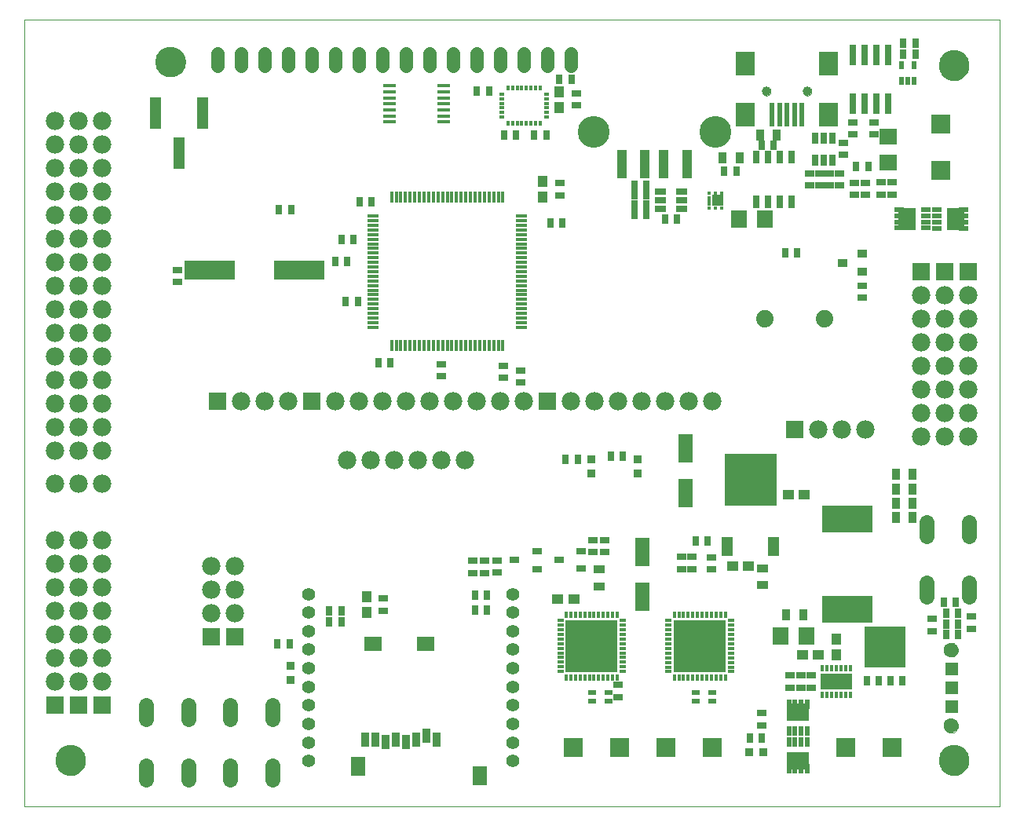
<source format=gts>
G75*
G70*
%OFA0B0*%
%FSLAX24Y24*%
%IPPOS*%
%LPD*%
%AMOC8*
5,1,8,0,0,1.08239X$1,22.5*
%
%ADD10C,0.0000*%
%ADD11C,0.1290*%
%ADD12C,0.0555*%
%ADD13C,0.0780*%
%ADD14C,0.0640*%
%ADD15C,0.0555*%
%ADD16R,0.0512X0.0158*%
%ADD17R,0.0158X0.0512*%
%ADD18R,0.0510X0.1340*%
%ADD19R,0.0780X0.0780*%
%ADD20R,0.0237X0.1024*%
%ADD21R,0.0827X0.1024*%
%ADD22C,0.0394*%
%ADD23R,0.0276X0.0512*%
%ADD24R,0.0512X0.0276*%
%ADD25R,0.0394X0.0316*%
%ADD26R,0.0316X0.0394*%
%ADD27C,0.1350*%
%ADD28R,0.0394X0.1221*%
%ADD29R,0.0355X0.0512*%
%ADD30R,0.0276X0.0906*%
%ADD31R,0.0178X0.0158*%
%ADD32R,0.0453X0.0483*%
%ADD33R,0.0178X0.0414*%
%ADD34R,0.0355X0.0355*%
%ADD35R,0.0138X0.0316*%
%ADD36R,0.1339X0.0709*%
%ADD37R,0.0434X0.0473*%
%ADD38R,0.2166X0.1142*%
%ADD39R,0.0473X0.0434*%
%ADD40R,0.0670X0.0749*%
%ADD41C,0.0740*%
%ADD42R,0.0512X0.0355*%
%ADD43R,0.0749X0.0670*%
%ADD44R,0.0197X0.0335*%
%ADD45R,0.0394X0.0355*%
%ADD46R,0.0555X0.0555*%
%ADD47C,0.0631*%
%ADD48R,0.0808X0.0808*%
%ADD49R,0.0375X0.0237*%
%ADD50R,0.0749X0.0591*%
%ADD51R,0.0591X0.0788*%
%ADD52R,0.0355X0.0631*%
%ADD53R,0.0591X0.1221*%
%ADD54R,0.0237X0.0158*%
%ADD55R,0.0158X0.0237*%
%ADD56R,0.0290X0.0540*%
%ADD57R,0.0536X0.0182*%
%ADD58R,0.2140X0.0800*%
%ADD59R,0.0512X0.0827*%
%ADD60R,0.2245X0.2245*%
%ADD61R,0.0257X0.0158*%
%ADD62R,0.0158X0.0257*%
%ADD63R,0.0200X0.0430*%
%ADD64R,0.0920X0.0720*%
%ADD65R,0.0430X0.0200*%
%ADD66R,0.0720X0.0920*%
%ADD67R,0.0434X0.0316*%
%ADD68R,0.0284X0.0414*%
%ADD69R,0.1776X0.1745*%
D10*
X000105Y001250D02*
X000105Y034650D01*
X041505Y034650D01*
X041505Y001250D01*
X000105Y001250D01*
X001430Y003200D02*
X001432Y003250D01*
X001438Y003299D01*
X001448Y003348D01*
X001461Y003395D01*
X001479Y003442D01*
X001500Y003487D01*
X001524Y003530D01*
X001552Y003571D01*
X001583Y003610D01*
X001617Y003646D01*
X001654Y003680D01*
X001694Y003710D01*
X001735Y003737D01*
X001779Y003761D01*
X001824Y003781D01*
X001871Y003797D01*
X001919Y003810D01*
X001968Y003819D01*
X002018Y003824D01*
X002067Y003825D01*
X002117Y003822D01*
X002166Y003815D01*
X002215Y003804D01*
X002262Y003790D01*
X002308Y003771D01*
X002353Y003749D01*
X002396Y003724D01*
X002436Y003695D01*
X002474Y003663D01*
X002510Y003629D01*
X002543Y003591D01*
X002572Y003551D01*
X002598Y003509D01*
X002621Y003465D01*
X002640Y003419D01*
X002656Y003372D01*
X002668Y003323D01*
X002676Y003274D01*
X002680Y003225D01*
X002680Y003175D01*
X002676Y003126D01*
X002668Y003077D01*
X002656Y003028D01*
X002640Y002981D01*
X002621Y002935D01*
X002598Y002891D01*
X002572Y002849D01*
X002543Y002809D01*
X002510Y002771D01*
X002474Y002737D01*
X002436Y002705D01*
X002396Y002676D01*
X002353Y002651D01*
X002308Y002629D01*
X002262Y002610D01*
X002215Y002596D01*
X002166Y002585D01*
X002117Y002578D01*
X002067Y002575D01*
X002018Y002576D01*
X001968Y002581D01*
X001919Y002590D01*
X001871Y002603D01*
X001824Y002619D01*
X001779Y002639D01*
X001735Y002663D01*
X001694Y002690D01*
X001654Y002720D01*
X001617Y002754D01*
X001583Y002790D01*
X001552Y002829D01*
X001524Y002870D01*
X001500Y002913D01*
X001479Y002958D01*
X001461Y003005D01*
X001448Y003052D01*
X001438Y003101D01*
X001432Y003150D01*
X001430Y003200D01*
X031432Y031600D02*
X031434Y031626D01*
X031440Y031652D01*
X031450Y031677D01*
X031463Y031700D01*
X031479Y031720D01*
X031499Y031738D01*
X031521Y031753D01*
X031544Y031765D01*
X031570Y031773D01*
X031596Y031777D01*
X031622Y031777D01*
X031648Y031773D01*
X031674Y031765D01*
X031698Y031753D01*
X031719Y031738D01*
X031739Y031720D01*
X031755Y031700D01*
X031768Y031677D01*
X031778Y031652D01*
X031784Y031626D01*
X031786Y031600D01*
X031784Y031574D01*
X031778Y031548D01*
X031768Y031523D01*
X031755Y031500D01*
X031739Y031480D01*
X031719Y031462D01*
X031697Y031447D01*
X031674Y031435D01*
X031648Y031427D01*
X031622Y031423D01*
X031596Y031423D01*
X031570Y031427D01*
X031544Y031435D01*
X031520Y031447D01*
X031499Y031462D01*
X031479Y031480D01*
X031463Y031500D01*
X031450Y031523D01*
X031440Y031548D01*
X031434Y031574D01*
X031432Y031600D01*
X033164Y031600D02*
X033166Y031626D01*
X033172Y031652D01*
X033182Y031677D01*
X033195Y031700D01*
X033211Y031720D01*
X033231Y031738D01*
X033253Y031753D01*
X033276Y031765D01*
X033302Y031773D01*
X033328Y031777D01*
X033354Y031777D01*
X033380Y031773D01*
X033406Y031765D01*
X033430Y031753D01*
X033451Y031738D01*
X033471Y031720D01*
X033487Y031700D01*
X033500Y031677D01*
X033510Y031652D01*
X033516Y031626D01*
X033518Y031600D01*
X033516Y031574D01*
X033510Y031548D01*
X033500Y031523D01*
X033487Y031500D01*
X033471Y031480D01*
X033451Y031462D01*
X033429Y031447D01*
X033406Y031435D01*
X033380Y031427D01*
X033354Y031423D01*
X033328Y031423D01*
X033302Y031427D01*
X033276Y031435D01*
X033252Y031447D01*
X033231Y031462D01*
X033211Y031480D01*
X033195Y031500D01*
X033182Y031523D01*
X033172Y031548D01*
X033166Y031574D01*
X033164Y031600D01*
X038930Y032700D02*
X038932Y032750D01*
X038938Y032799D01*
X038948Y032848D01*
X038961Y032895D01*
X038979Y032942D01*
X039000Y032987D01*
X039024Y033030D01*
X039052Y033071D01*
X039083Y033110D01*
X039117Y033146D01*
X039154Y033180D01*
X039194Y033210D01*
X039235Y033237D01*
X039279Y033261D01*
X039324Y033281D01*
X039371Y033297D01*
X039419Y033310D01*
X039468Y033319D01*
X039518Y033324D01*
X039567Y033325D01*
X039617Y033322D01*
X039666Y033315D01*
X039715Y033304D01*
X039762Y033290D01*
X039808Y033271D01*
X039853Y033249D01*
X039896Y033224D01*
X039936Y033195D01*
X039974Y033163D01*
X040010Y033129D01*
X040043Y033091D01*
X040072Y033051D01*
X040098Y033009D01*
X040121Y032965D01*
X040140Y032919D01*
X040156Y032872D01*
X040168Y032823D01*
X040176Y032774D01*
X040180Y032725D01*
X040180Y032675D01*
X040176Y032626D01*
X040168Y032577D01*
X040156Y032528D01*
X040140Y032481D01*
X040121Y032435D01*
X040098Y032391D01*
X040072Y032349D01*
X040043Y032309D01*
X040010Y032271D01*
X039974Y032237D01*
X039936Y032205D01*
X039896Y032176D01*
X039853Y032151D01*
X039808Y032129D01*
X039762Y032110D01*
X039715Y032096D01*
X039666Y032085D01*
X039617Y032078D01*
X039567Y032075D01*
X039518Y032076D01*
X039468Y032081D01*
X039419Y032090D01*
X039371Y032103D01*
X039324Y032119D01*
X039279Y032139D01*
X039235Y032163D01*
X039194Y032190D01*
X039154Y032220D01*
X039117Y032254D01*
X039083Y032290D01*
X039052Y032329D01*
X039024Y032370D01*
X039000Y032413D01*
X038979Y032458D01*
X038961Y032505D01*
X038948Y032552D01*
X038938Y032601D01*
X038932Y032650D01*
X038930Y032700D01*
X039144Y007894D02*
X039146Y007928D01*
X039152Y007962D01*
X039162Y007995D01*
X039175Y008026D01*
X039193Y008056D01*
X039213Y008084D01*
X039237Y008109D01*
X039263Y008131D01*
X039291Y008149D01*
X039322Y008165D01*
X039354Y008177D01*
X039388Y008185D01*
X039422Y008189D01*
X039456Y008189D01*
X039490Y008185D01*
X039524Y008177D01*
X039556Y008165D01*
X039586Y008149D01*
X039615Y008131D01*
X039641Y008109D01*
X039665Y008084D01*
X039685Y008056D01*
X039703Y008026D01*
X039716Y007995D01*
X039726Y007962D01*
X039732Y007928D01*
X039734Y007894D01*
X039732Y007860D01*
X039726Y007826D01*
X039716Y007793D01*
X039703Y007762D01*
X039685Y007732D01*
X039665Y007704D01*
X039641Y007679D01*
X039615Y007657D01*
X039587Y007639D01*
X039556Y007623D01*
X039524Y007611D01*
X039490Y007603D01*
X039456Y007599D01*
X039422Y007599D01*
X039388Y007603D01*
X039354Y007611D01*
X039322Y007623D01*
X039291Y007639D01*
X039263Y007657D01*
X039237Y007679D01*
X039213Y007704D01*
X039193Y007732D01*
X039175Y007762D01*
X039162Y007793D01*
X039152Y007826D01*
X039146Y007860D01*
X039144Y007894D01*
X039144Y004665D02*
X039146Y004699D01*
X039152Y004733D01*
X039162Y004766D01*
X039175Y004797D01*
X039193Y004827D01*
X039213Y004855D01*
X039237Y004880D01*
X039263Y004902D01*
X039291Y004920D01*
X039322Y004936D01*
X039354Y004948D01*
X039388Y004956D01*
X039422Y004960D01*
X039456Y004960D01*
X039490Y004956D01*
X039524Y004948D01*
X039556Y004936D01*
X039586Y004920D01*
X039615Y004902D01*
X039641Y004880D01*
X039665Y004855D01*
X039685Y004827D01*
X039703Y004797D01*
X039716Y004766D01*
X039726Y004733D01*
X039732Y004699D01*
X039734Y004665D01*
X039732Y004631D01*
X039726Y004597D01*
X039716Y004564D01*
X039703Y004533D01*
X039685Y004503D01*
X039665Y004475D01*
X039641Y004450D01*
X039615Y004428D01*
X039587Y004410D01*
X039556Y004394D01*
X039524Y004382D01*
X039490Y004374D01*
X039456Y004370D01*
X039422Y004370D01*
X039388Y004374D01*
X039354Y004382D01*
X039322Y004394D01*
X039291Y004410D01*
X039263Y004428D01*
X039237Y004450D01*
X039213Y004475D01*
X039193Y004503D01*
X039175Y004533D01*
X039162Y004564D01*
X039152Y004597D01*
X039146Y004631D01*
X039144Y004665D01*
X038930Y003200D02*
X038932Y003250D01*
X038938Y003299D01*
X038948Y003348D01*
X038961Y003395D01*
X038979Y003442D01*
X039000Y003487D01*
X039024Y003530D01*
X039052Y003571D01*
X039083Y003610D01*
X039117Y003646D01*
X039154Y003680D01*
X039194Y003710D01*
X039235Y003737D01*
X039279Y003761D01*
X039324Y003781D01*
X039371Y003797D01*
X039419Y003810D01*
X039468Y003819D01*
X039518Y003824D01*
X039567Y003825D01*
X039617Y003822D01*
X039666Y003815D01*
X039715Y003804D01*
X039762Y003790D01*
X039808Y003771D01*
X039853Y003749D01*
X039896Y003724D01*
X039936Y003695D01*
X039974Y003663D01*
X040010Y003629D01*
X040043Y003591D01*
X040072Y003551D01*
X040098Y003509D01*
X040121Y003465D01*
X040140Y003419D01*
X040156Y003372D01*
X040168Y003323D01*
X040176Y003274D01*
X040180Y003225D01*
X040180Y003175D01*
X040176Y003126D01*
X040168Y003077D01*
X040156Y003028D01*
X040140Y002981D01*
X040121Y002935D01*
X040098Y002891D01*
X040072Y002849D01*
X040043Y002809D01*
X040010Y002771D01*
X039974Y002737D01*
X039936Y002705D01*
X039896Y002676D01*
X039853Y002651D01*
X039808Y002629D01*
X039762Y002610D01*
X039715Y002596D01*
X039666Y002585D01*
X039617Y002578D01*
X039567Y002575D01*
X039518Y002576D01*
X039468Y002581D01*
X039419Y002590D01*
X039371Y002603D01*
X039324Y002619D01*
X039279Y002639D01*
X039235Y002663D01*
X039194Y002690D01*
X039154Y002720D01*
X039117Y002754D01*
X039083Y002790D01*
X039052Y002829D01*
X039024Y002870D01*
X039000Y002913D01*
X038979Y002958D01*
X038961Y003005D01*
X038948Y003052D01*
X038938Y003101D01*
X038932Y003150D01*
X038930Y003200D01*
X005680Y032860D02*
X005682Y032910D01*
X005688Y032959D01*
X005698Y033008D01*
X005711Y033055D01*
X005729Y033102D01*
X005750Y033147D01*
X005774Y033190D01*
X005802Y033231D01*
X005833Y033270D01*
X005867Y033306D01*
X005904Y033340D01*
X005944Y033370D01*
X005985Y033397D01*
X006029Y033421D01*
X006074Y033441D01*
X006121Y033457D01*
X006169Y033470D01*
X006218Y033479D01*
X006268Y033484D01*
X006317Y033485D01*
X006367Y033482D01*
X006416Y033475D01*
X006465Y033464D01*
X006512Y033450D01*
X006558Y033431D01*
X006603Y033409D01*
X006646Y033384D01*
X006686Y033355D01*
X006724Y033323D01*
X006760Y033289D01*
X006793Y033251D01*
X006822Y033211D01*
X006848Y033169D01*
X006871Y033125D01*
X006890Y033079D01*
X006906Y033032D01*
X006918Y032983D01*
X006926Y032934D01*
X006930Y032885D01*
X006930Y032835D01*
X006926Y032786D01*
X006918Y032737D01*
X006906Y032688D01*
X006890Y032641D01*
X006871Y032595D01*
X006848Y032551D01*
X006822Y032509D01*
X006793Y032469D01*
X006760Y032431D01*
X006724Y032397D01*
X006686Y032365D01*
X006646Y032336D01*
X006603Y032311D01*
X006558Y032289D01*
X006512Y032270D01*
X006465Y032256D01*
X006416Y032245D01*
X006367Y032238D01*
X006317Y032235D01*
X006268Y032236D01*
X006218Y032241D01*
X006169Y032250D01*
X006121Y032263D01*
X006074Y032279D01*
X006029Y032299D01*
X005985Y032323D01*
X005944Y032350D01*
X005904Y032380D01*
X005867Y032414D01*
X005833Y032450D01*
X005802Y032489D01*
X005774Y032530D01*
X005750Y032573D01*
X005729Y032618D01*
X005711Y032665D01*
X005698Y032712D01*
X005688Y032761D01*
X005682Y032810D01*
X005680Y032860D01*
D11*
X006305Y032860D03*
X039555Y032700D03*
X039555Y003200D03*
X002055Y003200D03*
D12*
X012174Y003176D03*
X012174Y003964D03*
X012174Y004751D03*
X012174Y005539D03*
X012174Y006326D03*
X012174Y007113D03*
X012174Y007901D03*
X012174Y008688D03*
X012174Y009476D03*
X012174Y010263D03*
X020836Y010263D03*
X020836Y009476D03*
X020836Y008688D03*
X020836Y007901D03*
X020836Y007113D03*
X020836Y006326D03*
X020836Y005539D03*
X020836Y004751D03*
X020836Y003964D03*
X020836Y003176D03*
D13*
X009050Y009450D03*
X008050Y009450D03*
X008050Y010450D03*
X008050Y011450D03*
X009050Y011450D03*
X009050Y010450D03*
X003405Y010550D03*
X003405Y011550D03*
X003405Y012550D03*
X002405Y012550D03*
X001405Y012550D03*
X001405Y011550D03*
X002405Y011550D03*
X002405Y010550D03*
X001405Y010550D03*
X001405Y009550D03*
X002405Y009550D03*
X003405Y009550D03*
X003405Y008550D03*
X002405Y008550D03*
X001405Y008550D03*
X001405Y007550D03*
X002405Y007550D03*
X003405Y007550D03*
X003405Y006550D03*
X002405Y006550D03*
X001405Y006550D03*
X001405Y014950D03*
X002405Y014950D03*
X003405Y014950D03*
X003405Y016350D03*
X003405Y017350D03*
X003405Y018350D03*
X003405Y019350D03*
X003405Y020350D03*
X003405Y021350D03*
X003405Y022350D03*
X003405Y023350D03*
X003405Y024350D03*
X003405Y025350D03*
X003405Y026350D03*
X003405Y027350D03*
X003405Y028350D03*
X003405Y029350D03*
X003405Y030350D03*
X002405Y030350D03*
X001405Y030350D03*
X001405Y029350D03*
X002405Y029350D03*
X002405Y028350D03*
X001405Y028350D03*
X001405Y027350D03*
X002405Y027350D03*
X002405Y026350D03*
X001405Y026350D03*
X001405Y025350D03*
X002405Y025350D03*
X002405Y024350D03*
X001405Y024350D03*
X001405Y023350D03*
X002405Y023350D03*
X002405Y022350D03*
X001405Y022350D03*
X001405Y021350D03*
X002405Y021350D03*
X002405Y020350D03*
X001405Y020350D03*
X001405Y019350D03*
X002405Y019350D03*
X002405Y018350D03*
X001405Y018350D03*
X001405Y017350D03*
X002405Y017350D03*
X002405Y016350D03*
X001405Y016350D03*
X009305Y018450D03*
X010305Y018450D03*
X011305Y018450D03*
X013305Y018450D03*
X014305Y018450D03*
X015305Y018450D03*
X016305Y018450D03*
X017305Y018450D03*
X018305Y018450D03*
X019305Y018450D03*
X020305Y018450D03*
X021305Y018450D03*
X023305Y018450D03*
X024305Y018450D03*
X025305Y018450D03*
X026305Y018450D03*
X027305Y018450D03*
X028305Y018450D03*
X029305Y018450D03*
X033805Y017250D03*
X034805Y017250D03*
X035805Y017250D03*
X038175Y016950D03*
X038175Y017950D03*
X038175Y018950D03*
X038175Y019950D03*
X038175Y020950D03*
X038175Y021950D03*
X038175Y022950D03*
X039175Y022950D03*
X040175Y022950D03*
X040175Y021950D03*
X039175Y021950D03*
X039175Y020950D03*
X040175Y020950D03*
X040175Y019950D03*
X039175Y019950D03*
X039175Y018950D03*
X040175Y018950D03*
X040175Y017950D03*
X039175Y017950D03*
X039175Y016950D03*
X040175Y016950D03*
X018805Y015950D03*
X017805Y015950D03*
X016805Y015950D03*
X015805Y015950D03*
X014805Y015950D03*
X013805Y015950D03*
D14*
X010625Y005540D02*
X010625Y004940D01*
X008845Y004940D02*
X008845Y005540D01*
X007065Y005545D02*
X007065Y004945D01*
X005285Y004945D02*
X005285Y005545D01*
X005285Y002985D02*
X005285Y002385D01*
X007065Y002385D02*
X007065Y002985D01*
X008845Y002980D02*
X008845Y002380D01*
X010625Y002380D02*
X010625Y002980D01*
X038415Y010150D02*
X038415Y010750D01*
X040195Y010750D02*
X040195Y010150D01*
X040195Y012710D02*
X040195Y013310D01*
X038415Y013310D02*
X038415Y012710D01*
D15*
X023305Y032692D02*
X023305Y033207D01*
X022305Y033207D02*
X022305Y032692D01*
X021305Y032692D02*
X021305Y033207D01*
X020305Y033207D02*
X020305Y032692D01*
X019305Y032692D02*
X019305Y033207D01*
X018305Y033207D02*
X018305Y032692D01*
X017305Y032692D02*
X017305Y033207D01*
X016305Y033207D02*
X016305Y032692D01*
X015305Y032692D02*
X015305Y033207D01*
X014305Y033207D02*
X014305Y032692D01*
X013305Y032692D02*
X013305Y033207D01*
X012305Y033207D02*
X012305Y032692D01*
X011305Y032692D02*
X011305Y033207D01*
X010305Y033207D02*
X010305Y032692D01*
X009305Y032692D02*
X009305Y033207D01*
X008305Y033207D02*
X008305Y032692D01*
D16*
X014905Y026312D03*
X014905Y026115D03*
X014905Y025918D03*
X014905Y025721D03*
X014905Y025524D03*
X014905Y025328D03*
X014905Y025131D03*
X014905Y024934D03*
X014905Y024737D03*
X014905Y024540D03*
X014905Y024343D03*
X014905Y024146D03*
X014905Y023950D03*
X014905Y023753D03*
X014905Y023556D03*
X014905Y023359D03*
X014905Y023162D03*
X014905Y022965D03*
X014905Y022769D03*
X014905Y022572D03*
X014905Y022375D03*
X014905Y022178D03*
X014905Y021981D03*
X014905Y021784D03*
X014905Y021587D03*
X021205Y021587D03*
X021205Y021784D03*
X021205Y021981D03*
X021205Y022178D03*
X021205Y022375D03*
X021205Y022572D03*
X021205Y022769D03*
X021205Y022965D03*
X021205Y023162D03*
X021205Y023359D03*
X021205Y023556D03*
X021205Y023753D03*
X021205Y023950D03*
X021205Y024146D03*
X021205Y024343D03*
X021205Y024540D03*
X021205Y024737D03*
X021205Y024934D03*
X021205Y025131D03*
X021205Y025328D03*
X021205Y025524D03*
X021205Y025721D03*
X021205Y025918D03*
X021205Y026115D03*
X021205Y026312D03*
D17*
X020417Y027099D03*
X020220Y027099D03*
X020024Y027099D03*
X019827Y027099D03*
X019630Y027099D03*
X019433Y027099D03*
X019236Y027099D03*
X019039Y027099D03*
X018842Y027099D03*
X018646Y027099D03*
X018449Y027099D03*
X018252Y027099D03*
X018055Y027099D03*
X017858Y027099D03*
X017661Y027099D03*
X017464Y027099D03*
X017268Y027099D03*
X017071Y027099D03*
X016874Y027099D03*
X016677Y027099D03*
X016480Y027099D03*
X016283Y027099D03*
X016086Y027099D03*
X015890Y027099D03*
X015693Y027099D03*
X015693Y020800D03*
X015890Y020800D03*
X016086Y020800D03*
X016283Y020800D03*
X016480Y020800D03*
X016677Y020800D03*
X016874Y020800D03*
X017071Y020800D03*
X017268Y020800D03*
X017464Y020800D03*
X017661Y020800D03*
X017858Y020800D03*
X018055Y020800D03*
X018252Y020800D03*
X018449Y020800D03*
X018646Y020800D03*
X018842Y020800D03*
X019039Y020800D03*
X019236Y020800D03*
X019433Y020800D03*
X019630Y020800D03*
X019827Y020800D03*
X020024Y020800D03*
X020220Y020800D03*
X020417Y020800D03*
D18*
X007670Y030675D03*
X006670Y028975D03*
X005670Y030675D03*
D19*
X008305Y018450D03*
X012305Y018450D03*
X022305Y018450D03*
X032805Y017250D03*
X038175Y023950D03*
X039175Y023950D03*
X040175Y023950D03*
X009050Y008450D03*
X008050Y008450D03*
X003405Y005550D03*
X002405Y005550D03*
X001405Y005550D03*
D20*
X031845Y030615D03*
X032160Y030615D03*
X032475Y030615D03*
X032790Y030615D03*
X033105Y030615D03*
D21*
X034247Y030615D03*
X034247Y032781D03*
X030703Y032781D03*
X030703Y030615D03*
D22*
X031609Y031600D03*
X033341Y031600D03*
D23*
X033671Y029603D03*
X034045Y029603D03*
X034419Y029603D03*
X034419Y028697D03*
X034045Y028697D03*
X033671Y028697D03*
D24*
X028008Y027363D03*
X028008Y026989D03*
X028008Y026615D03*
X027103Y026615D03*
X027103Y026989D03*
X027103Y027363D03*
D25*
X022825Y027194D03*
X022825Y027706D03*
X023525Y031004D03*
X023525Y031516D03*
X033435Y028126D03*
X033855Y028116D03*
X034275Y028116D03*
X034695Y028116D03*
X034695Y027604D03*
X034275Y027604D03*
X033855Y027604D03*
X033435Y027614D03*
X035345Y027726D03*
X035795Y027726D03*
X035795Y027214D03*
X035345Y027214D03*
X036485Y027224D03*
X036925Y027224D03*
X036925Y027736D03*
X036485Y027736D03*
X034875Y028914D03*
X034875Y029426D03*
X035285Y029774D03*
X035285Y030286D03*
X036165Y030296D03*
X036165Y029784D03*
X035675Y023346D03*
X035675Y022834D03*
X024745Y012556D03*
X024245Y012556D03*
X024245Y012044D03*
X024745Y012044D03*
X028018Y011836D03*
X028435Y011836D03*
X028435Y011324D03*
X028018Y011324D03*
X029255Y011314D03*
X029255Y011826D03*
X032605Y006806D03*
X033055Y006806D03*
X033505Y006806D03*
X033505Y006294D03*
X033055Y006294D03*
X032605Y006294D03*
X031405Y005206D03*
X031405Y004694D03*
X025315Y005894D03*
X025315Y006406D03*
X020175Y011184D03*
X020175Y011696D03*
X019645Y011676D03*
X019645Y011164D03*
X019135Y011154D03*
X019135Y011666D03*
X015320Y010071D03*
X015320Y009559D03*
X020425Y019444D03*
X021175Y019244D03*
X021175Y019756D03*
X020425Y019956D03*
X017792Y020015D03*
X017792Y019503D03*
X006595Y023504D03*
X006595Y024016D03*
X038635Y009206D03*
X038635Y008694D03*
X040295Y008789D03*
X040295Y009301D03*
D26*
X039751Y009440D03*
X039641Y009900D03*
X039239Y009440D03*
X039129Y009900D03*
X039239Y008990D03*
X039239Y008560D03*
X039751Y008560D03*
X039751Y008990D03*
X031411Y004150D03*
X030899Y004150D03*
X029111Y012530D03*
X028599Y012530D03*
X025514Y016117D03*
X025002Y016117D03*
X023588Y015998D03*
X023076Y015998D03*
X019751Y010210D03*
X019239Y010210D03*
X019239Y009580D03*
X019751Y009580D03*
X013561Y009560D03*
X013561Y009085D03*
X013049Y009085D03*
X013049Y009560D03*
X011356Y008155D03*
X010844Y008155D03*
X015139Y020090D03*
X015651Y020090D03*
X014261Y022680D03*
X013749Y022680D03*
X013811Y024370D03*
X013299Y024370D03*
X013559Y025310D03*
X014071Y025310D03*
X014339Y026930D03*
X014851Y026930D03*
X011421Y026570D03*
X010909Y026570D03*
X019309Y031630D03*
X019821Y031630D03*
X020459Y029740D03*
X020971Y029740D03*
X021749Y029750D03*
X022261Y029750D03*
X022809Y032110D03*
X023321Y032110D03*
X025989Y027630D03*
X025989Y027210D03*
X025989Y026790D03*
X026501Y026790D03*
X026501Y027210D03*
X026501Y027630D03*
X026501Y026370D03*
X025989Y026370D03*
X027289Y026190D03*
X027801Y026190D03*
X029819Y028200D03*
X030331Y028200D03*
X031399Y029310D03*
X031911Y029310D03*
X035419Y028400D03*
X035931Y028400D03*
X032901Y024740D03*
X032389Y024740D03*
X022951Y026020D03*
X022439Y026020D03*
X037409Y033170D03*
X037409Y033660D03*
X037921Y033660D03*
X037921Y033170D03*
D27*
X029430Y029880D03*
X024260Y029880D03*
D28*
X025467Y028521D03*
X026451Y028521D03*
X027239Y028521D03*
X028223Y028521D03*
D29*
X029751Y028790D03*
X030459Y028790D03*
X031341Y029750D03*
X032049Y029750D03*
X037101Y015340D03*
X037809Y015340D03*
X037809Y014720D03*
X037101Y014720D03*
X037101Y014120D03*
X037809Y014120D03*
X037809Y013530D03*
X037101Y013530D03*
X033159Y009380D03*
X032451Y009380D03*
D30*
X035265Y031096D03*
X035765Y031096D03*
X036265Y031096D03*
X036765Y031096D03*
X036765Y033143D03*
X036265Y033143D03*
X035765Y033143D03*
X035265Y033143D03*
D31*
X029691Y027294D03*
X029435Y027294D03*
X029179Y027294D03*
X029179Y026645D03*
X029435Y026645D03*
X029691Y026645D03*
D32*
X029553Y026970D03*
D33*
X029179Y026935D03*
D34*
X026120Y015980D03*
X026120Y015389D03*
X024165Y015389D03*
X024165Y015980D03*
X011395Y007210D03*
X011395Y006619D03*
X030880Y003555D03*
X031470Y003555D03*
D35*
X033974Y005979D03*
X034171Y005979D03*
X034368Y005979D03*
X034565Y005979D03*
X034762Y005979D03*
X034959Y005979D03*
X035156Y005979D03*
X035156Y007120D03*
X034959Y007120D03*
X034762Y007120D03*
X034565Y007120D03*
X034368Y007120D03*
X034171Y007120D03*
X033974Y007120D03*
D36*
X034565Y006550D03*
D37*
X034565Y007685D03*
X034565Y008354D03*
X014635Y009480D03*
X014635Y010149D03*
X022095Y027115D03*
X022095Y027784D03*
X022805Y030905D03*
X022805Y031574D03*
D38*
X035035Y013458D03*
X035035Y009600D03*
D39*
X033800Y007680D03*
X033130Y007680D03*
X030830Y011450D03*
X030160Y011450D03*
X032530Y014480D03*
X033200Y014480D03*
X023420Y010040D03*
X022750Y010040D03*
D40*
X032194Y008480D03*
X033296Y008480D03*
X031526Y026180D03*
X030424Y026180D03*
D41*
X031525Y021950D03*
X034085Y021950D03*
D42*
X031435Y011364D03*
X031435Y010655D03*
X024495Y010595D03*
X024495Y011304D03*
D43*
X036775Y028568D03*
X036775Y029671D03*
D44*
X037349Y032055D03*
X037605Y032055D03*
X037861Y032055D03*
X037861Y032704D03*
X037349Y032704D03*
D45*
X035679Y024704D03*
X034852Y024330D03*
X035679Y023956D03*
D46*
X039455Y007067D03*
X039455Y006280D03*
X039455Y005492D03*
D47*
X039439Y004665D03*
X039439Y007894D03*
D48*
X036935Y003750D03*
X034966Y003750D03*
X029315Y003760D03*
X027346Y003760D03*
X025375Y003760D03*
X023406Y003760D03*
X039005Y028251D03*
X039005Y030220D03*
D49*
X029299Y006096D03*
X029299Y005703D03*
X028611Y005703D03*
X028611Y006096D03*
X024899Y006096D03*
X024899Y005703D03*
X024211Y005703D03*
X024211Y006096D03*
D50*
X017146Y008132D03*
X014902Y008132D03*
D51*
X014272Y002955D03*
X019449Y002561D03*
D52*
X017615Y004077D03*
X017182Y004234D03*
X016749Y004077D03*
X016315Y003998D03*
X015882Y004077D03*
X015449Y003998D03*
X015016Y004077D03*
X014583Y004077D03*
D53*
X026325Y010145D03*
X026325Y012034D03*
X028175Y014545D03*
X028175Y016434D03*
D54*
X022260Y030507D03*
X022260Y030704D03*
X022260Y030901D03*
X022260Y031098D03*
X022260Y031295D03*
X022260Y031492D03*
X020370Y031492D03*
X020370Y031295D03*
X020370Y031098D03*
X020370Y030901D03*
X020370Y030704D03*
X020370Y030507D03*
D55*
X020626Y030252D03*
X020823Y030252D03*
X021020Y030252D03*
X021217Y030252D03*
X021413Y030252D03*
X021610Y030252D03*
X021807Y030252D03*
X022004Y030252D03*
X022004Y031748D03*
X021807Y031748D03*
X021610Y031748D03*
X021413Y031748D03*
X021217Y031748D03*
X021020Y031748D03*
X020823Y031748D03*
X020626Y031748D03*
D56*
X031165Y028820D03*
X031665Y028820D03*
X032165Y028820D03*
X032665Y028820D03*
X032665Y026920D03*
X032165Y026920D03*
X031665Y026920D03*
X031165Y026920D03*
D57*
X017897Y030302D03*
X017897Y030558D03*
X017897Y030814D03*
X017897Y031070D03*
X017897Y031326D03*
X017897Y031581D03*
X017897Y031837D03*
X015613Y031837D03*
X015613Y031581D03*
X015613Y031326D03*
X015613Y031070D03*
X015613Y030814D03*
X015613Y030558D03*
X015613Y030302D03*
D58*
X011785Y024000D03*
X007985Y024000D03*
D59*
X029941Y012275D03*
X031909Y012275D03*
D60*
X030925Y015110D03*
X028775Y008050D03*
X024185Y008060D03*
D61*
X025514Y008158D03*
X025514Y007961D03*
X025514Y007764D03*
X025514Y007567D03*
X025514Y007371D03*
X025514Y007174D03*
X025514Y006977D03*
X025514Y008355D03*
X025514Y008552D03*
X025514Y008749D03*
X025514Y008945D03*
X025514Y009142D03*
X027446Y009132D03*
X027446Y008935D03*
X027446Y008739D03*
X027446Y008542D03*
X027446Y008345D03*
X027446Y008148D03*
X027446Y007951D03*
X027446Y007754D03*
X027446Y007557D03*
X027446Y007361D03*
X027446Y007164D03*
X027446Y006967D03*
X030104Y006967D03*
X030104Y007164D03*
X030104Y007361D03*
X030104Y007557D03*
X030104Y007754D03*
X030104Y007951D03*
X030104Y008148D03*
X030104Y008345D03*
X030104Y008542D03*
X030104Y008739D03*
X030104Y008935D03*
X030104Y009132D03*
X022856Y009142D03*
X022856Y008945D03*
X022856Y008749D03*
X022856Y008552D03*
X022856Y008355D03*
X022856Y008158D03*
X022856Y007961D03*
X022856Y007764D03*
X022856Y007567D03*
X022856Y007371D03*
X022856Y007174D03*
X022856Y006977D03*
D62*
X023102Y006731D03*
X023299Y006731D03*
X023496Y006731D03*
X023693Y006731D03*
X023890Y006731D03*
X024087Y006731D03*
X024283Y006731D03*
X024480Y006731D03*
X024677Y006731D03*
X024874Y006731D03*
X025071Y006731D03*
X025268Y006731D03*
X027692Y006721D03*
X027889Y006721D03*
X028086Y006721D03*
X028283Y006721D03*
X028480Y006721D03*
X028677Y006721D03*
X028873Y006721D03*
X029070Y006721D03*
X029267Y006721D03*
X029464Y006721D03*
X029661Y006721D03*
X029858Y006721D03*
X029858Y009378D03*
X029661Y009378D03*
X029464Y009378D03*
X029267Y009378D03*
X029070Y009378D03*
X028873Y009378D03*
X028677Y009378D03*
X028480Y009378D03*
X028283Y009378D03*
X028086Y009378D03*
X027889Y009378D03*
X027692Y009378D03*
X025268Y009388D03*
X025071Y009388D03*
X024874Y009388D03*
X024677Y009388D03*
X024480Y009388D03*
X024283Y009388D03*
X024087Y009388D03*
X023890Y009388D03*
X023693Y009388D03*
X023496Y009388D03*
X023299Y009388D03*
X023102Y009388D03*
D63*
X032555Y005585D03*
X032815Y005585D03*
X033075Y005585D03*
X033335Y005585D03*
X033335Y004455D03*
X033075Y004455D03*
X032815Y004455D03*
X032555Y004455D03*
X032555Y003975D03*
X032815Y003975D03*
X033075Y003975D03*
X033335Y003975D03*
X033335Y002845D03*
X033075Y002845D03*
X032815Y002845D03*
X032555Y002845D03*
D64*
X032945Y003190D03*
X032945Y005240D03*
D65*
X037235Y025800D03*
X037235Y026060D03*
X037235Y026320D03*
X037235Y026580D03*
X038365Y026580D03*
X038365Y026320D03*
X038365Y026060D03*
X038365Y025800D03*
X038845Y025795D03*
X038845Y026055D03*
X038845Y026315D03*
X038845Y026575D03*
X039975Y026575D03*
X039975Y026315D03*
X039975Y026055D03*
X039975Y025795D03*
D66*
X039630Y026185D03*
X037580Y026190D03*
D67*
X023747Y012094D03*
X023747Y011346D03*
X022803Y011720D03*
X021857Y012074D03*
X021857Y011326D03*
X020913Y011700D03*
D68*
X035885Y006574D03*
X036385Y006574D03*
X036885Y006574D03*
X037385Y006574D03*
D69*
X036635Y008000D03*
M02*

</source>
